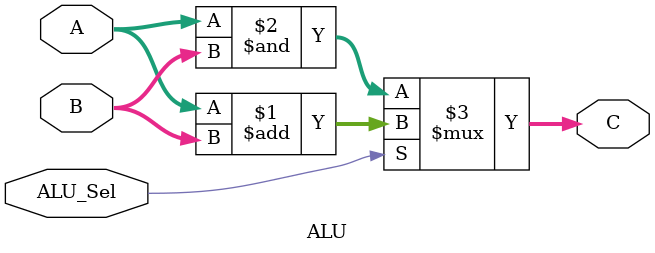
<source format=v>
`timescale 1ns / 1ps

module ALU(
    input [7:0] A,B,
    input ALU_Sel,
    output [7:0] C
    );
    assign C = ALU_Sel ? A + B : A & B;
endmodule

</source>
